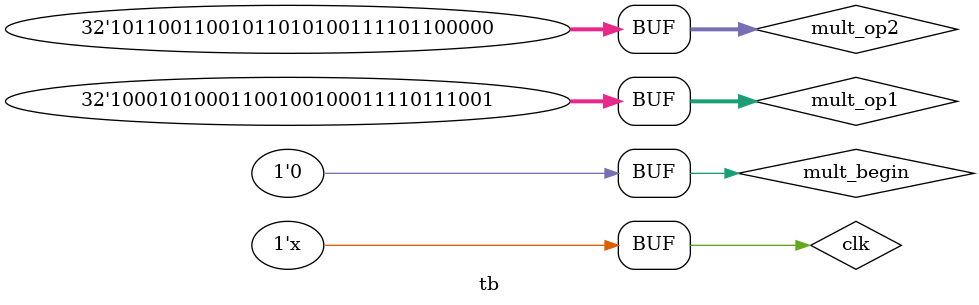
<source format=v>
`timescale 1ns / 1ps


module tb;

    // Inputs
    reg clk;
    reg mult_begin;
    reg [31:0] mult_op1;
    reg [31:0] mult_op2;

    // Outputs
    wire [63:0] product;
    wire mult_end;

    // Instantiate the Unit Under Test (UUT)
    multiply uut (
        .clk(clk), 
        .mult_begin(mult_begin), 
        .mult_op1(mult_op1), 
        .mult_op2(mult_op2), 
        .product(product), 
        .mult_end(mult_end)
    );

    initial begin
        // Initialize Inputs
        clk = 0;
        mult_begin = 0;
        mult_op1 = 0;
        mult_op2 = 0;

        // Wait 100 ns for global reset to finish
        #100;
        mult_begin = 1;
        mult_op1 = 32'H12153524;
        mult_op2 = 32'Hc0895e81;
        #400;
        mult_begin = 0;
        #500;
        mult_begin = 1;
        mult_op1 = 32'H00001111;
        mult_op2 = 32'H00002222;
        #400;
        mult_begin = 0;
        #500;
        mult_begin = 1;
        mult_op1 = 32'H8a3247b9;
        mult_op2 = 32'Hb32d4f60;
        #400;
        mult_begin = 0;
        #500;
        mult_begin = 1;
        mult_op1 = 32'H8a3247b9;
        mult_op2 = 32'Hb32d4f60;
        #400;
        mult_begin = 0;
        // Add stimulus here
    end
   always #5 clk = ~clk;
endmodule


</source>
